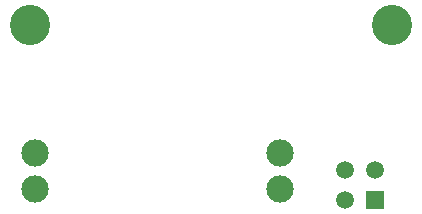
<source format=gbl>
G04*
G04 #@! TF.GenerationSoftware,Altium Limited,Altium Designer,18.1.7 (191)*
G04*
G04 Layer_Physical_Order=2*
G04 Layer_Color=16711680*
%FSLAX23Y23*%
%MOIN*%
G70*
G01*
G75*
%ADD25C,0.134*%
%ADD26C,0.059*%
%ADD27R,0.059X0.059*%
%ADD28C,0.091*%
D25*
X3645Y4150D02*
D03*
X2440D02*
D03*
D26*
X3490Y3665D02*
D03*
X3590D02*
D03*
X3490Y3565D02*
D03*
D27*
X3590D02*
D03*
D28*
X3274Y3601D02*
D03*
Y3723D02*
D03*
X2456D02*
D03*
Y3601D02*
D03*
M02*

</source>
